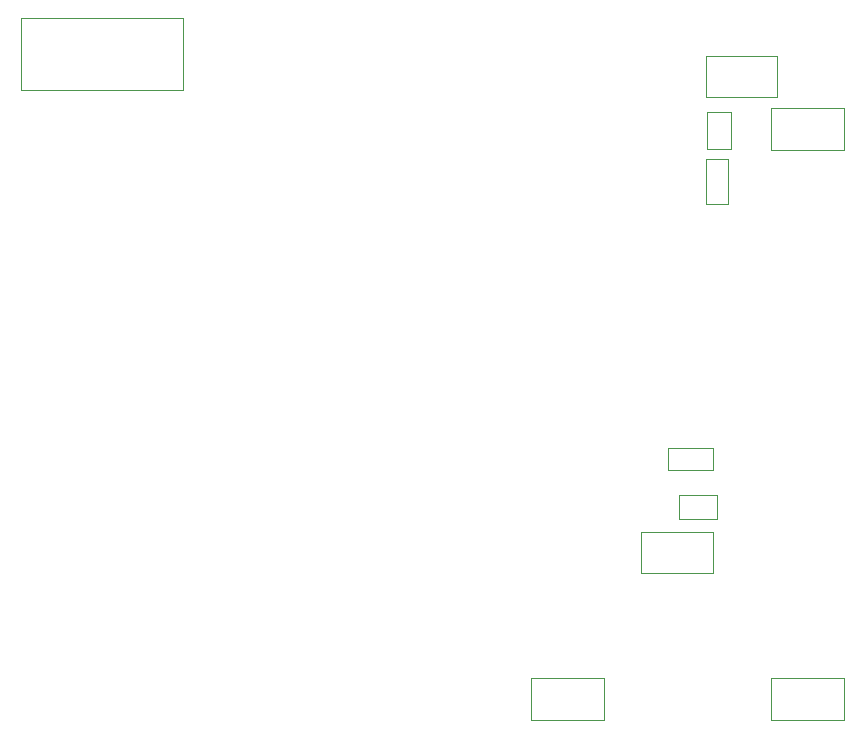
<source format=gbr>
G04 #@! TF.GenerationSoftware,KiCad,Pcbnew,(5.0.0-rc2-dev-26-g0d794b2)*
G04 #@! TF.CreationDate,2018-07-01T21:26:53-07:00*
G04 #@! TF.ProjectId,FlightControlUnitBoard,466C69676874436F6E74726F6C556E69,rev?*
G04 #@! TF.SameCoordinates,Original*
G04 #@! TF.FileFunction,Other,User*
%FSLAX46Y46*%
G04 Gerber Fmt 4.6, Leading zero omitted, Abs format (unit mm)*
G04 Created by KiCad (PCBNEW (5.0.0-rc2-dev-26-g0d794b2)) date Sunday, July 01, 2018 at 09:26:53 PM*
%MOMM*%
%LPD*%
G01*
G04 APERTURE LIST*
%ADD10C,0.050000*%
G04 APERTURE END LIST*
D10*
X192950000Y-107800000D02*
X199000000Y-107800000D01*
X192950000Y-111300000D02*
X199000000Y-111300000D01*
X192950000Y-107800000D02*
X192950000Y-111300000D01*
X199000000Y-107800000D02*
X199000000Y-111300000D01*
X198425000Y-67450000D02*
X204475000Y-67450000D01*
X198425000Y-70950000D02*
X204475000Y-70950000D01*
X198425000Y-67450000D02*
X198425000Y-70950000D01*
X204475000Y-67450000D02*
X204475000Y-70950000D01*
X200340000Y-76205000D02*
X198440000Y-76205000D01*
X198440000Y-76205000D02*
X198440000Y-80005000D01*
X198440000Y-80005000D02*
X200340000Y-80005000D01*
X200340000Y-80005000D02*
X200340000Y-76205000D01*
X198525000Y-72200000D02*
X198525000Y-75400000D01*
X200525000Y-72200000D02*
X200525000Y-75400000D01*
X198525000Y-72200000D02*
X200525000Y-72200000D01*
X198525000Y-75400000D02*
X200525000Y-75400000D01*
X140440000Y-64240000D02*
X154190000Y-64240000D01*
X154190000Y-64240000D02*
X154190000Y-70390000D01*
X154190000Y-70390000D02*
X140440000Y-70390000D01*
X140440000Y-70390000D02*
X140440000Y-64240000D01*
X183620000Y-120120000D02*
X189770000Y-120120000D01*
X189770000Y-120120000D02*
X189770000Y-123720000D01*
X189770000Y-123720000D02*
X183620000Y-123720000D01*
X183620000Y-123720000D02*
X183620000Y-120120000D01*
X203940000Y-120120000D02*
X210090000Y-120120000D01*
X210090000Y-120120000D02*
X210090000Y-123720000D01*
X210090000Y-123720000D02*
X203940000Y-123720000D01*
X203940000Y-123720000D02*
X203940000Y-120120000D01*
X203940000Y-71860000D02*
X210090000Y-71860000D01*
X210090000Y-71860000D02*
X210090000Y-75460000D01*
X210090000Y-75460000D02*
X203940000Y-75460000D01*
X203940000Y-75460000D02*
X203940000Y-71860000D01*
X195200000Y-100650000D02*
X195200000Y-102550000D01*
X195200000Y-102550000D02*
X199000000Y-102550000D01*
X199000000Y-102550000D02*
X199000000Y-100650000D01*
X199000000Y-100650000D02*
X195200000Y-100650000D01*
X196150000Y-106650000D02*
X199350000Y-106650000D01*
X196150000Y-104650000D02*
X199350000Y-104650000D01*
X196150000Y-106650000D02*
X196150000Y-104650000D01*
X199350000Y-106650000D02*
X199350000Y-104650000D01*
M02*

</source>
